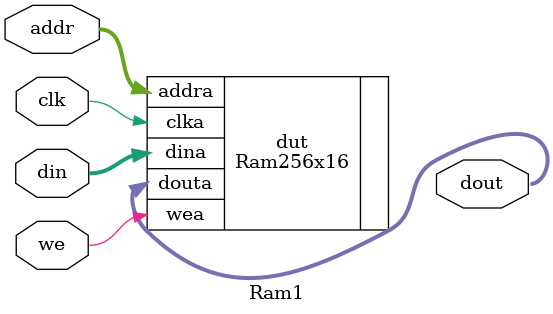
<source format=v>
`timescale 1ns / 1ps
module Ram1(
    input clk,
    input we,
    input [7:0] addr,
    input [15:0] din,
    output [15:0] dout
    );
    
    Ram256x16 dut (
     .clka(clk), // input clka
     .wea(we), // input [0 : 0] wea
     .addra(addr), // input [15 : 0] addra
     .dina(din), // input [15 : 0] dina
     .douta(dout) // output [15 : 0] douta
);

endmodule

</source>
